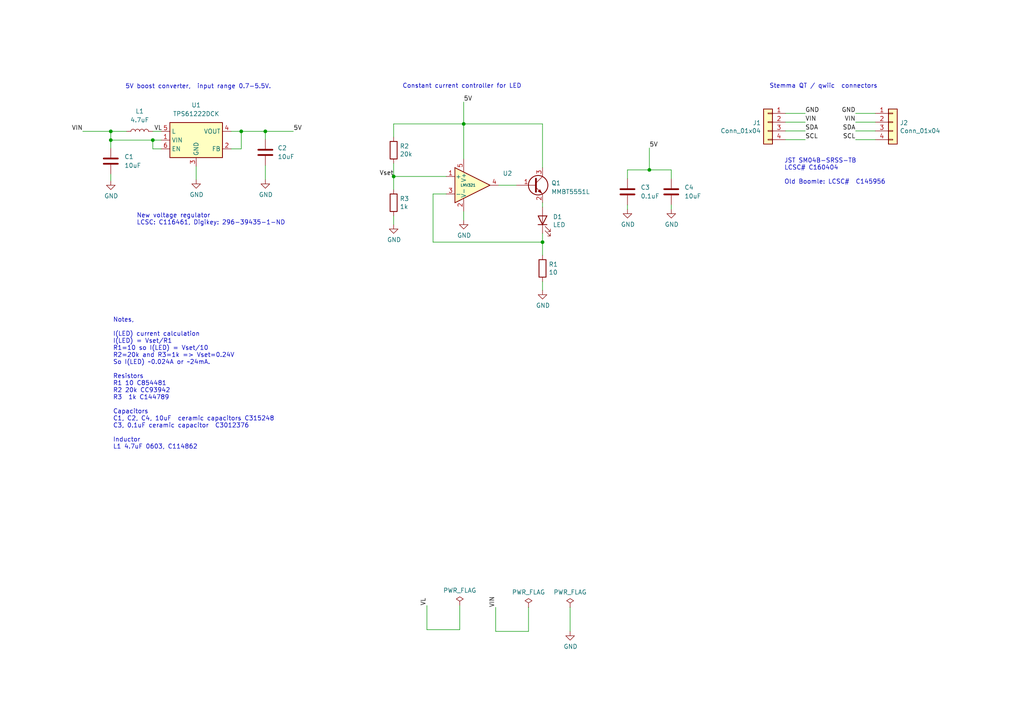
<source format=kicad_sch>
(kicad_sch (version 20230121) (generator eeschema)
  (paper "A4")
  (lib_symbols
    (symbol "Amplifier_Operational:LMV321" (pin_names (offset 0.127))
      (property "Reference" "U" (at 0 5.08 0))
      (property "Value" "LMV321" (at 0 -5.08 0))
      (symbol "LMV321_0_1"
        (polyline (pts (xy -5.08 5.08) (xy 5.08 0) (xy -5.08 -5.08) (xy -5.08 5.08)) (stroke (width 0.254)) (fill (type background)))
        (pin power_in line (at -2.54 -7.62 90) (length 3.81) (name "V-") (number "2"))
        (pin power_in line (at -2.54 7.62 270) (length 3.81) (name "V+") (number "5"))
      )
      (symbol "LMV321_1_1"
        (pin input line (at -7.62 2.54 0) (length 2.54) (name "+") (number "1"))
        (pin input line (at -7.62 -2.54 0) (length 2.54) (name "-") (number "3"))
        (pin output line (at 7.62 0 180) (length 2.54) (name "~") (number "4"))
      )
    )
    (symbol "Connector_Generic:Conn_01x04" (pin_names (offset 1.016) hide)
      (property "Reference" "J" (at 0 5.08 0))
      (property "Value" "Conn_01x04" (at 0 -7.62 0))
      (symbol "Conn_01x04_1_1"
        (rectangle (start -1.27 -4.953) (end 0 -5.207) (stroke (width 0.1524)))
        (rectangle (start -1.27 -2.413) (end 0 -2.667) (stroke (width 0.1524)))
        (rectangle (start -1.27 0.127) (end 0 -0.127) (stroke (width 0.1524)))
        (rectangle (start -1.27 2.667) (end 0 2.413) (stroke (width 0.1524)))
        (rectangle (start -1.27 3.81) (end 1.27 -6.35) (stroke (width 0.254)) (fill (type background)))
        (pin passive line (at -5.08 2.54 0) (length 3.81) (name "Pin_1") (number "1"))
        (pin passive line (at -5.08 0 0) (length 3.81) (name "Pin_2") (number "2"))
        (pin passive line (at -5.08 -2.54 0) (length 3.81) (name "Pin_3") (number "3"))
        (pin passive line (at -5.08 -5.08 0) (length 3.81) (name "Pin_4") (number "4"))
      )
    )
    (symbol "Device:C" (pin_numbers hide) (pin_names (offset 0.254))
      (property "Reference" "C" (at 0.635 2.54 0))
      (property "Value" "C" (at 0.635 -2.54 0))
      (symbol "C_0_1"
        (polyline (pts (xy -2.032 -0.762) (xy 2.032 -0.762)) (stroke (width 0.508)))
        (polyline (pts (xy -2.032 0.762) (xy 2.032 0.762)) (stroke (width 0.508)))
      )
      (symbol "C_1_1"
        (pin passive line (at 0 3.81 270) (length 2.794) (name "~") (number "1"))
        (pin passive line (at 0 -3.81 90) (length 2.794) (name "~") (number "2"))
      )
    )
    (symbol "Device:L" (pin_numbers hide) (pin_names (offset 1.016) hide)
      (property "Reference" "L" (at -1.27 0 90))
      (property "Value" "L" (at 1.905 0 90))
      (symbol "L_0_1"
        (arc (start 0 -2.54) (mid 0.6323 -1.905) (end 0 -1.27))
        (arc (start 0 -1.27) (mid 0.6323 -0.635) (end 0 0))
        (arc (start 0 0) (mid 0.6323 0.635) (end 0 1.27))
        (arc (start 0 1.27) (mid 0.6323 1.905) (end 0 2.54))
      )
      (symbol "L_1_1"
        (pin passive line (at 0 3.81 270) (length 1.27) (name "1") (number "1"))
        (pin passive line (at 0 -3.81 90) (length 1.27) (name "2") (number "2"))
      )
    )
    (symbol "Device:LED" (pin_numbers hide) (pin_names (offset 1.016) hide)
      (property "Reference" "D" (at 0 2.54 0))
      (property "Value" "LED" (at 0 -2.54 0))
      (symbol "LED_0_1"
        (polyline (pts (xy -1.27 -1.27) (xy -1.27 1.27)) (stroke (width 0.254)))
        (polyline (pts (xy -1.27 0) (xy 1.27 0)))
        (polyline (pts (xy 1.27 -1.27) (xy 1.27 1.27) (xy -1.27 0) (xy 1.27 -1.27)) (stroke (width 0.254)))
        (polyline (pts (xy -3.048 -0.762) (xy -4.572 -2.286) (xy -3.81 -2.286) (xy -4.572 -2.286) (xy -4.572 -1.524)))
        (polyline (pts (xy -1.778 -0.762) (xy -3.302 -2.286) (xy -2.54 -2.286) (xy -3.302 -2.286) (xy -3.302 -1.524)))
      )
      (symbol "LED_1_1"
        (pin passive line (at -3.81 0 0) (length 2.54) (name "K") (number "1"))
        (pin passive line (at 3.81 0 180) (length 2.54) (name "A") (number "2"))
      )
    )
    (symbol "Device:R" (pin_numbers hide) (pin_names (offset 0))
      (property "Reference" "R" (at 2.032 0 90))
      (property "Value" "R" (at 0 0 90))
      (symbol "R_0_1"
        (rectangle (start -1.016 -2.54) (end 1.016 2.54) (stroke (width 0.254)))
      )
      (symbol "R_1_1"
        (pin passive line (at 0 3.81 270) (length 1.27) (name "~") (number "1"))
        (pin passive line (at 0 -3.81 90) (length 1.27) (name "~") (number "2"))
      )
    )
    (symbol "Regulator_Switching:TPS61222DCK"
      (property "Reference" "U" (at -7.62 6.35 0))
      (property "Value" "TPS61222DCK" (at 2.54 6.35 0))
      (symbol "TPS61222DCK_0_1"
        (rectangle (start -7.62 5.08) (end 7.62 -5.08) (stroke (width 0.254)) (fill (type background)))
      )
      (symbol "TPS61222DCK_1_1"
        (pin power_in line (at -10.16 0 0) (length 2.54) (name "VIN") (number "1"))
        (pin input line (at 10.16 -2.54 180) (length 2.54) (name "FB") (number "2"))
        (pin power_in line (at 0 -7.62 90) (length 2.54) (name "GND") (number "3"))
        (pin power_out line (at 10.16 2.54 180) (length 2.54) (name "VOUT") (number "4"))
        (pin power_in line (at -10.16 2.54 0) (length 2.54) (name "L") (number "5"))
        (pin input line (at -10.16 -2.54 0) (length 2.54) (name "EN") (number "6"))
      )
    )
    (symbol "Transistor_BJT:MMBT5551L" (pin_names (offset 0) hide)
      (property "Reference" "Q" (at 5.08 1.905 0))
      (property "Value" "MMBT5551L" (at 5.08 0 0))
      (symbol "MMBT5551L_0_1"
        (polyline (pts (xy 0.635 0.635) (xy 2.54 2.54)))
        (polyline (pts (xy 0.635 -0.635) (xy 2.54 -2.54) (xy 2.54 -2.54)))
        (polyline (pts (xy 0.635 1.905) (xy 0.635 -1.905) (xy 0.635 -1.905)) (stroke (width 0.508)))
        (polyline (pts (xy 1.27 -1.778) (xy 1.778 -1.27) (xy 2.286 -2.286) (xy 1.27 -1.778) (xy 1.27 -1.778)) (fill (type outline)))
        (circle (center 1.27 0) (radius 2.8194) (stroke (width 0.254)))
      )
      (symbol "MMBT5551L_1_1"
        (pin input line (at -5.08 0 0) (length 5.715) (name "B") (number "1"))
        (pin passive line (at 2.54 -5.08 90) (length 2.54) (name "E") (number "2"))
        (pin passive line (at 2.54 5.08 270) (length 2.54) (name "C") (number "3"))
      )
    )
    (symbol "power:GND" (power) (pin_names (offset 0))
      (property "Value" "GND" (at 0 -3.81 0))
      (symbol "GND_0_1"
        (polyline (pts (xy 0 0) (xy 0 -1.27) (xy 1.27 -1.27) (xy 0 -2.54) (xy -1.27 -1.27) (xy 0 -1.27)))
      )
      (symbol "GND_1_1"
        (pin power_in line (at 0 0 270) (length 0) hide (name "GND") (number "1"))
      )
    )
    (symbol "power:PWR_FLAG" (power) (pin_numbers hide) (pin_names (offset 0) hide)
      (property "Value" "PWR_FLAG" (at 0 3.81 0))
      (symbol "PWR_FLAG_0_0"
        (pin power_out line (at 0 0 90) (length 0) (name "pwr") (number "1"))
      )
      (symbol "PWR_FLAG_0_1"
        (polyline (pts (xy 0 0) (xy 0 1.27) (xy -1.016 1.905) (xy 0 2.54) (xy 1.016 1.905) (xy 0 1.27)))
      )
    )
  )
  (junction (at 134.493 35.941))
  (junction (at 69.977 38.1))
  (junction (at 157.353 70.231))
  (junction (at 32.131 40.64))
  (junction (at 32.131 38.1))
  (junction (at 44.323 40.64))
  (junction (at 188.341 49.276))
  (junction (at 114.173 51.181))
  (junction (at 76.962 38.1))
  (wire (pts (xy 69.977 43.18) (xy 67.056 43.18)))
  (wire (pts (xy 125.603 56.261) (xy 129.413 56.261)))
  (wire (pts (xy 188.341 42.926) (xy 188.341 49.276)))
  (wire (pts (xy 157.353 70.231) (xy 125.603 70.231)))
  (wire (pts (xy 227.838 35.433) (xy 233.553 35.433)))
  (wire (pts (xy 157.353 81.661) (xy 157.353 84.201)))
  (wire (pts (xy 253.873 37.973) (xy 248.158 37.973)))
  (wire (pts (xy 157.353 67.691) (xy 157.353 70.231)))
  (wire (pts (xy 44.323 40.64) (xy 46.736 40.64)))
  (wire (pts (xy 114.173 35.941) (xy 114.173 39.751)))
  (wire (pts (xy 32.131 40.64) (xy 44.323 40.64)))
  (wire (pts (xy 133.35 175.641) (xy 133.35 182.626)))
  (wire (pts (xy 157.353 35.941) (xy 157.353 48.641)))
  (wire (pts (xy 114.173 51.181) (xy 114.173 47.371)))
  (wire (pts (xy 69.977 38.1) (xy 69.977 43.18)))
  (wire (pts (xy 253.873 35.433) (xy 248.158 35.433)))
  (wire (pts (xy 227.838 32.893) (xy 233.553 32.893)))
  (wire (pts (xy 114.173 51.181) (xy 114.173 54.991)))
  (wire (pts (xy 134.493 61.341) (xy 134.493 63.881)))
  (wire (pts (xy 36.703 38.1) (xy 32.131 38.1)))
  (wire (pts (xy 253.873 32.893) (xy 248.158 32.893)))
  (wire (pts (xy 188.341 49.276) (xy 194.691 49.276)))
  (wire (pts (xy 153.289 183.134) (xy 143.764 183.134)))
  (wire (pts (xy 194.691 59.436) (xy 194.691 60.706)))
  (wire (pts (xy 134.493 35.941) (xy 134.493 46.101)))
  (wire (pts (xy 153.289 176.149) (xy 153.289 183.134)))
  (wire (pts (xy 46.736 43.18) (xy 44.323 43.18)))
  (wire (pts (xy 194.691 49.276) (xy 194.691 51.816)))
  (wire (pts (xy 181.991 59.436) (xy 181.991 60.706)))
  (wire (pts (xy 67.056 38.1) (xy 69.977 38.1)))
  (wire (pts (xy 32.131 38.1) (xy 32.131 40.64)))
  (wire (pts (xy 253.873 40.513) (xy 248.158 40.513)))
  (wire (pts (xy 143.764 183.134) (xy 143.764 176.149)))
  (wire (pts (xy 114.173 62.611) (xy 114.173 65.151)))
  (wire (pts (xy 69.977 38.1) (xy 76.962 38.1)))
  (wire (pts (xy 157.353 58.801) (xy 157.353 60.071)))
  (wire (pts (xy 114.173 51.181) (xy 129.413 51.181)))
  (wire (pts (xy 134.493 35.941) (xy 114.173 35.941)))
  (wire (pts (xy 24.003 38.1) (xy 32.131 38.1)))
  (wire (pts (xy 133.35 182.626) (xy 123.825 182.626)))
  (wire (pts (xy 32.131 40.64) (xy 32.131 42.926)))
  (wire (pts (xy 76.962 38.1) (xy 76.962 40.386)))
  (wire (pts (xy 76.962 48.006) (xy 76.962 52.07)))
  (wire (pts (xy 32.131 50.546) (xy 32.131 52.451)))
  (wire (pts (xy 181.991 49.276) (xy 188.341 49.276)))
  (wire (pts (xy 134.493 35.941) (xy 157.353 35.941)))
  (wire (pts (xy 76.962 38.1) (xy 85.09 38.1)))
  (wire (pts (xy 123.825 182.626) (xy 123.825 175.641)))
  (wire (pts (xy 227.838 37.973) (xy 233.553 37.973)))
  (wire (pts (xy 44.323 38.1) (xy 46.736 38.1)))
  (wire (pts (xy 44.323 43.18) (xy 44.323 40.64)))
  (wire (pts (xy 165.354 176.149) (xy 165.354 183.134)))
  (wire (pts (xy 144.653 53.721) (xy 149.733 53.721)))
  (wire (pts (xy 125.603 70.231) (xy 125.603 56.261)))
  (wire (pts (xy 134.493 29.591) (xy 134.493 35.941)))
  (wire (pts (xy 181.991 51.816) (xy 181.991 49.276)))
  (wire (pts (xy 227.838 40.513) (xy 233.553 40.513)))
  (wire (pts (xy 56.896 48.26) (xy 56.896 52.07)))
  (wire (pts (xy 157.353 70.231) (xy 157.353 74.041)))
  (text "JST SM04B-SRSS-TB\nLCSC# C160404\n\nOld Boomle: LCSC#  C145956\n" (at 227.457 53.594 0) (effects (font (size 1.27 1.27)) (justify left bottom)))
  (text "Stemma QT / qwiic  connectors\n" (at 223.139 25.781 0) (effects (font (size 1.27 1.27)) (justify left bottom)))
  (text "New voltage regulator\nLCSC: C116461, Digikey: 296-39435-1-ND " (at 39.624 65.405 0) (effects (font (size 1.27 1.27)) (justify left bottom)))
  (text "Constant current controller for LED" (at 116.713 25.781 0) (effects (font (size 1.27 1.27)) (justify left bottom)))
  (text "5V boost converter,  input range 0.7-5.5V. " (at 36.322 25.908 0) (effects (font (size 1.27 1.27)) (justify left bottom)))
  (text "Notes, \n\nI(LED) current calculation\nI(LED) = Vset/R1\nR1=10 so I(LED) = Vset/10\nR2=20k and R3=1k => Vset=0.24V\nSo I(LED) ~0.024A or ~24mA. \n\nResistors\nR1 10 C854481\nR2 20k CC93942\nR3  1k C144789\n\nCapacitors\nC1, C2, C4, 10uF  ceramic capacitors C315248\nC3, 0.1uF ceramic capacitor  C3012376\n\nInductor\nL1 4.7uF 0603, C114862\n" (at 32.766 130.429 0) (effects (font (size 1.27 1.27)) (justify left bottom)))
  (label "SCL" (at 233.553 40.513 0))
  (label "VIN" (at 24.003 38.1 180))
  (label "SCL" (at 248.158 40.513 180))
  (label "Vset" (at 114.173 51.181 180))
  (label "SDA" (at 248.158 37.973 180))
  (label "VIN" (at 143.764 176.149 90))
  (label "5V" (at 134.493 29.591 0))
  (label "5V" (at 188.341 42.926 0))
  (label "VIN" (at 248.158 35.433 180))
  (label "VIN" (at 233.553 35.433 0))
  (label "5V" (at 85.09 38.1 0))
  (label "GND" (at 233.553 32.893 0))
  (label "GND" (at 248.158 32.893 180))
  (label "VL" (at 44.704 38.1 0))
  (label "VL" (at 123.825 175.641 90))
  (label "SDA" (at 233.553 37.973 0))
  (symbol (lib_id "Connector_Generic:Conn_01x04") (at 222.758 35.433 0) (mirror y) (unit 1)
    (property "Reference" "J1" (at 220.726 35.6362 0) (effects (justify left)))
    (property "Value" "Conn_01x04" (at 220.726 37.9476 0) (effects (justify left)))
    (property "Footprint" "JST_SH_SM04B_custom:JST_SH_SM04B-SRSS-TB_1x04-1MP_P1.00mm_Horizontal" (effects hide))
  )
  (symbol (lib_id "Connector_Generic:Conn_01x04") (at 258.953 35.433 0) (unit 1)
    (property "Reference" "J2" (at 260.985 35.6362 0) (effects (justify left)))
    (property "Value" "Conn_01x04" (at 260.985 37.9476 0) (effects (justify left)))
    (property "Footprint" "JST_SH_SM04B_custom:JST_SH_SM04B-SRSS-TB_1x04-1MP_P1.00mm_Horizontal" (effects hide))
  )
  (symbol (lib_id "Device:LED") (at 157.353 63.881 90) (unit 1)
    (property "Reference" "D1" (at 160.3502 62.8904 90) (effects (justify right)))
    (property "Value" "LED" (at 160.3502 65.2018 90) (effects (justify right)))
    (property "Footprint" "LED_SMD:LED_0603_1608Metric" (effects hide))
  )
  (symbol (lib_id "Device:R") (at 157.353 77.851 0) (unit 1)
    (property "Reference" "R1" (at 159.131 76.6826 0) (effects (justify left)))
    (property "Value" "10" (at 159.131 78.994 0) (effects (justify left)))
    (property "Footprint" "Resistor_SMD:R_0402_1005Metric" (effects hide))
  )
  (symbol (lib_id "power:GND") (at 157.353 84.201 0) (unit 1)
    (property "Reference" "#PWR08" (effects hide))
    (property "Value" "GND" (at 157.48 88.5952 0))
  )
  (symbol (lib_id "power:PWR_FLAG") (at 165.354 176.149 0) (unit 1)
    (property "Reference" "#FLG0101" (effects hide))
    (property "Value" "PWR_FLAG" (at 165.354 171.7548 0))
  )
  (symbol (lib_id "power:PWR_FLAG") (at 153.289 176.149 0) (unit 1)
    (property "Reference" "#FLG0102" (effects hide))
    (property "Value" "PWR_FLAG" (at 153.289 171.7548 0))
  )
  (symbol (lib_id "power:GND") (at 165.354 183.134 0) (unit 1)
    (property "Reference" "#PWR0101" (effects hide))
    (property "Value" "GND" (at 165.481 187.5282 0))
  )
  (symbol (lib_id "Device:C") (at 194.691 55.626 0) (unit 1)
    (property "Reference" "C4" (at 198.501 54.356 0) (effects (justify left)))
    (property "Value" "10uF" (at 198.501 56.896 0) (effects (justify left)))
    (property "Footprint" "Capacitor_SMD:C_0402_1005Metric" (effects hide))
  )
  (symbol (lib_id "Device:C") (at 181.991 55.626 0) (unit 1)
    (property "Reference" "C3" (at 185.801 54.356 0) (effects (justify left)))
    (property "Value" "0.1uF" (at 185.801 56.896 0) (effects (justify left)))
    (property "Footprint" "Capacitor_SMD:C_0402_1005Metric" (effects hide))
  )
  (symbol (lib_id "power:GND") (at 194.691 60.706 0) (unit 1)
    (property "Reference" "#PWR06" (effects hide))
    (property "Value" "GND" (at 194.818 65.1002 0))
  )
  (symbol (lib_id "power:GND") (at 32.131 52.451 0) (unit 1)
    (property "Reference" "#PWR011" (effects hide))
    (property "Value" "GND" (at 32.258 56.8452 0))
  )
  (symbol (lib_id "power:GND") (at 56.896 52.07 0) (unit 1)
    (property "Reference" "#PWR09" (effects hide))
    (property "Value" "GND" (at 57.023 56.4642 0))
  )
  (symbol (lib_id "power:GND") (at 134.493 63.881 0) (unit 1)
    (property "Reference" "#PWR04" (effects hide))
    (property "Value" "GND" (at 134.62 68.2752 0))
  )
  (symbol (lib_id "Regulator_Switching:TPS61222DCK") (at 56.896 40.64 0) (unit 1)
    (property "Reference" "U1" (at 56.896 30.48 0))
    (property "Value" "TPS61222DCK" (at 56.896 33.02 0))
    (property "Footprint" "Package_TO_SOT_SMD:SOT-363_SC-70-6" (effects hide))
    (property "Datasheet" "http://www.ti.com/lit/ds/symlink/tps61220.pdf" (effects hide))
  )
  (symbol (lib_id "Device:C") (at 32.131 46.736 180) (unit 1)
    (property "Reference" "C1" (at 36.068 45.466 0) (effects (justify right)))
    (property "Value" "10uF" (at 36.068 48.006 0) (effects (justify right)))
    (property "Footprint" "Capacitor_SMD:C_0402_1005Metric" (effects hide))
  )
  (symbol (lib_id "power:PWR_FLAG") (at 133.35 175.641 0) (unit 1)
    (property "Reference" "#FLG01" (effects hide))
    (property "Value" "PWR_FLAG" (at 133.35 171.2468 0))
  )
  (symbol (lib_id "power:GND") (at 181.991 60.706 0) (unit 1)
    (property "Reference" "#PWR05" (effects hide))
    (property "Value" "GND" (at 182.118 65.1002 0))
  )
  (symbol (lib_id "power:GND") (at 114.173 65.151 0) (unit 1)
    (property "Reference" "#PWR07" (effects hide))
    (property "Value" "GND" (at 114.3 69.5452 0))
  )
  (symbol (lib_id "Device:C") (at 76.962 44.196 180) (unit 1)
    (property "Reference" "C2" (at 80.518 42.926 0) (effects (justify right)))
    (property "Value" "10uF" (at 80.518 45.466 0) (effects (justify right)))
    (property "Footprint" "Capacitor_SMD:C_0402_1005Metric" (effects hide))
  )
  (symbol (lib_id "power:GND") (at 76.962 52.07 0) (unit 1)
    (property "Reference" "#PWR010" (effects hide))
    (property "Value" "GND" (at 77.089 56.4642 0))
  )
  (symbol (lib_id "Device:R") (at 114.173 43.561 0) (unit 1)
    (property "Reference" "R2" (at 115.951 42.3926 0) (effects (justify left)))
    (property "Value" "20k" (at 115.951 44.704 0) (effects (justify left)))
    (property "Footprint" "Resistor_SMD:R_0402_1005Metric" (effects hide))
  )
  (symbol (lib_id "Amplifier_Operational:LMV321") (at 137.033 53.721 0) (unit 1)
    (property "Reference" "U2" (at 147.193 50.2921 0))
    (property "Value" "LMV321" (at 135.763 53.721 0) (effects (font (size 0.762 0.762))))
    (property "Footprint" "Package_TO_SOT_SMD:SOT-23-5" (effects hide))
    (property "Datasheet" "http://www.ti.com/lit/ds/symlink/lmv324.pdf" (effects hide))
  )
  (symbol (lib_id "Transistor_BJT:MMBT5551L") (at 154.813 53.721 0) (unit 1)
    (property "Reference" "Q1" (at 159.893 53.086 0) (effects (justify left)))
    (property "Value" "MMBT5551L" (at 159.893 55.626 0) (effects (justify left)))
    (property "Footprint" "Package_TO_SOT_SMD:SOT-23" (effects hide))
    (property "Datasheet" "www.onsemi.com/pub/Collateral/MMBT5550LT1-D.PDF" (effects hide))
  )
  (symbol (lib_id "Device:R") (at 114.173 58.801 0) (unit 1)
    (property "Reference" "R3" (at 115.951 57.6326 0) (effects (justify left)))
    (property "Value" "1k" (at 115.951 59.944 0) (effects (justify left)))
    (property "Footprint" "Resistor_SMD:R_0402_1005Metric" (effects hide))
  )
  (symbol (lib_id "Device:L") (at 40.513 38.1 90) (unit 1)
    (property "Reference" "L1" (at 40.513 32.258 90))
    (property "Value" "4.7uF" (at 40.513 34.798 90))
    (property "Footprint" "Inductor_SMD:L_0603_1608Metric" (effects hide))
  )
)
</source>
